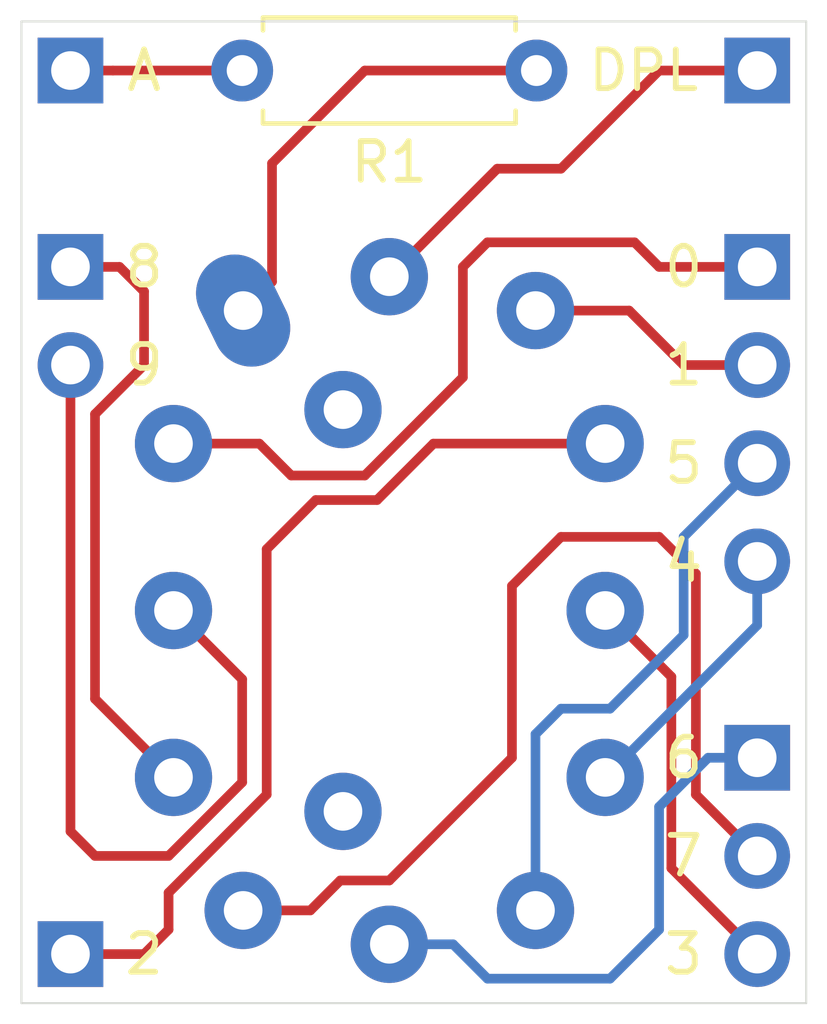
<source format=kicad_pcb>
(kicad_pcb (version 20171130) (host pcbnew "(5.1.5-0)")

  (general
    (thickness 1.6)
    (drawings 16)
    (tracks 71)
    (zones 0)
    (modules 8)
    (nets 14)
  )

  (page A4)
  (layers
    (0 F.Cu signal)
    (31 B.Cu signal)
    (32 B.Adhes user)
    (33 F.Adhes user)
    (34 B.Paste user)
    (35 F.Paste user)
    (36 B.SilkS user)
    (37 F.SilkS user)
    (38 B.Mask user)
    (39 F.Mask user)
    (40 Dwgs.User user)
    (41 Cmts.User user)
    (42 Eco1.User user)
    (43 Eco2.User user)
    (44 Edge.Cuts user)
    (45 Margin user)
    (46 B.CrtYd user)
    (47 F.CrtYd user hide)
    (48 B.Fab user)
    (49 F.Fab user hide)
  )

  (setup
    (last_trace_width 0.25)
    (trace_clearance 0.2)
    (zone_clearance 0.508)
    (zone_45_only no)
    (trace_min 0.2)
    (via_size 0.8)
    (via_drill 0.4)
    (via_min_size 0.4)
    (via_min_drill 0.3)
    (uvia_size 0.3)
    (uvia_drill 0.1)
    (uvias_allowed no)
    (uvia_min_size 0.2)
    (uvia_min_drill 0.1)
    (edge_width 0.05)
    (segment_width 0.2)
    (pcb_text_width 0.3)
    (pcb_text_size 1.5 1.5)
    (mod_edge_width 0.12)
    (mod_text_size 1 1)
    (mod_text_width 0.15)
    (pad_size 1.524 1.524)
    (pad_drill 0.762)
    (pad_to_mask_clearance 0.051)
    (solder_mask_min_width 0.25)
    (aux_axis_origin 0 0)
    (visible_elements FFFFFF7F)
    (pcbplotparams
      (layerselection 0x010fc_ffffffff)
      (usegerberextensions false)
      (usegerberattributes false)
      (usegerberadvancedattributes false)
      (creategerberjobfile false)
      (excludeedgelayer true)
      (linewidth 0.100000)
      (plotframeref false)
      (viasonmask false)
      (mode 1)
      (useauxorigin false)
      (hpglpennumber 1)
      (hpglpenspeed 20)
      (hpglpendiameter 15.000000)
      (psnegative false)
      (psa4output false)
      (plotreference true)
      (plotvalue true)
      (plotinvisibletext false)
      (padsonsilk false)
      (subtractmaskfromsilk false)
      (outputformat 1)
      (mirror false)
      (drillshape 1)
      (scaleselection 1)
      (outputdirectory ""))
  )

  (net 0 "")
  (net 1 "Net-(J1-Pad2)")
  (net 2 "Net-(J1-Pad1)")
  (net 3 "Net-(J2-Pad1)")
  (net 4 "Net-(J3-Pad4)")
  (net 5 "Net-(J3-Pad3)")
  (net 6 "Net-(J3-Pad2)")
  (net 7 "Net-(J3-Pad1)")
  (net 8 "Net-(J4-Pad3)")
  (net 9 "Net-(J4-Pad2)")
  (net 10 "Net-(J4-Pad1)")
  (net 11 "Net-(J5-Pad1)")
  (net 12 "Net-(J6-Pad1)")
  (net 13 "Net-(R1-Pad1)")

  (net_class Default "This is the default net class."
    (clearance 0.2)
    (trace_width 0.25)
    (via_dia 0.8)
    (via_drill 0.4)
    (uvia_dia 0.3)
    (uvia_drill 0.1)
    (add_net "Net-(J1-Pad1)")
    (add_net "Net-(J1-Pad2)")
    (add_net "Net-(J2-Pad1)")
    (add_net "Net-(J3-Pad1)")
    (add_net "Net-(J3-Pad2)")
    (add_net "Net-(J3-Pad3)")
    (add_net "Net-(J3-Pad4)")
    (add_net "Net-(J4-Pad1)")
    (add_net "Net-(J4-Pad2)")
    (add_net "Net-(J4-Pad3)")
    (add_net "Net-(J5-Pad1)")
    (add_net "Net-(J6-Pad1)")
    (add_net "Net-(R1-Pad1)")
  )

  (module weird-disp:5991fixed (layer F.Cu) (tedit 60C951B5) (tstamp 60C91A2D)
    (at 33.655 39.37 180)
    (path /60C89D90)
    (attr virtual)
    (fp_text reference V1 (at 10.795 0.635 90) (layer F.SilkS) hide
      (effects (font (size 1.27 1.27) (thickness 0.1016)))
    )
    (fp_text value B-5991 (at -10.795 0 270) (layer F.SilkS) hide
      (effects (font (size 1.27 1.27) (thickness 0.1016)))
    )
    (pad 13 thru_hole circle (at 1.199889 5.19729 180) (size 2 2) (drill 1) (layers *.Cu *.Mask))
    (pad 14 thru_hole circle (at 1.199889 -5.19729 180) (size 2 2) (drill 1) (layers *.Cu *.Mask))
    (pad "" np_thru_hole circle (at 0 0 180) (size 5 5) (drill 5) (layers *.Cu *.Mask))
    (pad 12 thru_hole circle (at 0 8.636 180) (size 2 2) (drill 1) (layers *.Cu *.Mask)
      (net 12 "Net-(J6-Pad1)"))
    (pad 2 thru_hole circle (at 5.588 4.318 180) (size 2 2) (drill 1) (layers *.Cu *.Mask)
      (net 7 "Net-(J3-Pad1)"))
    (pad 11 thru_hole circle (at -3.7846 7.7597 180) (size 2 2) (drill 1) (layers *.Cu *.Mask)
      (net 6 "Net-(J3-Pad2)"))
    (pad 10 thru_hole circle (at -5.588 4.318 180) (size 2 2) (drill 1) (layers *.Cu *.Mask)
      (net 3 "Net-(J2-Pad1)"))
    (pad 9 thru_hole circle (at -5.588 0 180) (size 2 2) (drill 1) (layers *.Cu *.Mask)
      (net 8 "Net-(J4-Pad3)"))
    (pad 8 thru_hole circle (at -5.588 -4.318 180) (size 2 2) (drill 1) (layers *.Cu *.Mask)
      (net 4 "Net-(J3-Pad4)"))
    (pad 7 thru_hole circle (at -3.7846 -7.7597 180) (size 2 2) (drill 1) (layers *.Cu *.Mask)
      (net 5 "Net-(J3-Pad3)"))
    (pad 6 thru_hole circle (at 0 -8.636 180) (size 2 2) (drill 1) (layers *.Cu *.Mask)
      (net 10 "Net-(J4-Pad1)"))
    (pad 5 thru_hole circle (at 3.7846 -7.7597 180) (size 2 2) (drill 1) (layers *.Cu *.Mask)
      (net 9 "Net-(J4-Pad2)"))
    (pad 4 thru_hole circle (at 5.588 -4.318 180) (size 2 2) (drill 1) (layers *.Cu *.Mask)
      (net 2 "Net-(J1-Pad1)"))
    (pad 3 thru_hole circle (at 5.588 0 180) (size 2 2) (drill 1) (layers *.Cu *.Mask)
      (net 1 "Net-(J1-Pad2)"))
    (pad 1 thru_hole oval (at 3.7846 7.7597 116) (size 3 2) (drill 1) (layers *.Cu *.Mask)
      (net 13 "Net-(R1-Pad1)"))
  )

  (module Connector_PinHeader_2.54mm:PinHeader_1x01_P2.54mm_Vertical (layer F.Cu) (tedit 60C94D7A) (tstamp 60C925B1)
    (at 43.18 25.4)
    (descr "Through hole straight pin header, 1x01, 2.54mm pitch, single row")
    (tags "Through hole pin header THT 1x01 2.54mm single row")
    (path /60C99B07)
    (fp_text reference J6 (at 0 -2.33) (layer F.SilkS) hide
      (effects (font (size 1 1) (thickness 0.15)))
    )
    (fp_text value Conn_01x01_Male (at 0 2.33) (layer F.Fab)
      (effects (font (size 1 1) (thickness 0.15)))
    )
    (fp_text user %R (at 0 0 90) (layer F.Fab)
      (effects (font (size 1 1) (thickness 0.15)))
    )
    (fp_line (start 1.8 -1.8) (end -1.8 -1.8) (layer F.CrtYd) (width 0.05))
    (fp_line (start 1.8 1.8) (end 1.8 -1.8) (layer F.CrtYd) (width 0.05))
    (fp_line (start -1.8 1.8) (end 1.8 1.8) (layer F.CrtYd) (width 0.05))
    (fp_line (start -1.8 -1.8) (end -1.8 1.8) (layer F.CrtYd) (width 0.05))
    (fp_line (start -1.27 -0.635) (end -0.635 -1.27) (layer F.Fab) (width 0.1))
    (fp_line (start -1.27 1.27) (end -1.27 -0.635) (layer F.Fab) (width 0.1))
    (fp_line (start 1.27 1.27) (end -1.27 1.27) (layer F.Fab) (width 0.1))
    (fp_line (start 1.27 -1.27) (end 1.27 1.27) (layer F.Fab) (width 0.1))
    (fp_line (start -0.635 -1.27) (end 1.27 -1.27) (layer F.Fab) (width 0.1))
    (pad 1 thru_hole rect (at 0 0) (size 1.7 1.7) (drill 1) (layers *.Cu *.Mask)
      (net 12 "Net-(J6-Pad1)"))
    (model ${KISYS3DMOD}/Connector_PinHeader_2.54mm.3dshapes/PinHeader_1x01_P2.54mm_Vertical.wrl
      (at (xyz 0 0 0))
      (scale (xyz 1 1 1))
      (rotate (xyz 0 0 0))
    )
  )

  (module Resistor_THT:R_Axial_DIN0207_L6.3mm_D2.5mm_P7.62mm_Horizontal (layer F.Cu) (tedit 5AE5139B) (tstamp 60C913A7)
    (at 37.465 25.4 180)
    (descr "Resistor, Axial_DIN0207 series, Axial, Horizontal, pin pitch=7.62mm, 0.25W = 1/4W, length*diameter=6.3*2.5mm^2, http://cdn-reichelt.de/documents/datenblatt/B400/1_4W%23YAG.pdf")
    (tags "Resistor Axial_DIN0207 series Axial Horizontal pin pitch 7.62mm 0.25W = 1/4W length 6.3mm diameter 2.5mm")
    (path /60C90946)
    (fp_text reference R1 (at 3.81 -2.37) (layer F.SilkS)
      (effects (font (size 1 1) (thickness 0.15)))
    )
    (fp_text value 30K (at 3.81 2.37) (layer F.Fab)
      (effects (font (size 1 1) (thickness 0.15)))
    )
    (fp_text user %R (at 3.81 0) (layer F.Fab)
      (effects (font (size 1 1) (thickness 0.15)))
    )
    (fp_line (start 8.67 -1.5) (end -1.05 -1.5) (layer F.CrtYd) (width 0.05))
    (fp_line (start 8.67 1.5) (end 8.67 -1.5) (layer F.CrtYd) (width 0.05))
    (fp_line (start -1.05 1.5) (end 8.67 1.5) (layer F.CrtYd) (width 0.05))
    (fp_line (start -1.05 -1.5) (end -1.05 1.5) (layer F.CrtYd) (width 0.05))
    (fp_line (start 7.08 1.37) (end 7.08 1.04) (layer F.SilkS) (width 0.12))
    (fp_line (start 0.54 1.37) (end 7.08 1.37) (layer F.SilkS) (width 0.12))
    (fp_line (start 0.54 1.04) (end 0.54 1.37) (layer F.SilkS) (width 0.12))
    (fp_line (start 7.08 -1.37) (end 7.08 -1.04) (layer F.SilkS) (width 0.12))
    (fp_line (start 0.54 -1.37) (end 7.08 -1.37) (layer F.SilkS) (width 0.12))
    (fp_line (start 0.54 -1.04) (end 0.54 -1.37) (layer F.SilkS) (width 0.12))
    (fp_line (start 7.62 0) (end 6.96 0) (layer F.Fab) (width 0.1))
    (fp_line (start 0 0) (end 0.66 0) (layer F.Fab) (width 0.1))
    (fp_line (start 6.96 -1.25) (end 0.66 -1.25) (layer F.Fab) (width 0.1))
    (fp_line (start 6.96 1.25) (end 6.96 -1.25) (layer F.Fab) (width 0.1))
    (fp_line (start 0.66 1.25) (end 6.96 1.25) (layer F.Fab) (width 0.1))
    (fp_line (start 0.66 -1.25) (end 0.66 1.25) (layer F.Fab) (width 0.1))
    (pad 2 thru_hole oval (at 7.62 0 180) (size 1.6 1.6) (drill 0.8) (layers *.Cu *.Mask)
      (net 11 "Net-(J5-Pad1)"))
    (pad 1 thru_hole circle (at 0 0 180) (size 1.6 1.6) (drill 0.8) (layers *.Cu *.Mask)
      (net 13 "Net-(R1-Pad1)"))
    (model ${KISYS3DMOD}/Resistor_THT.3dshapes/R_Axial_DIN0207_L6.3mm_D2.5mm_P7.62mm_Horizontal.wrl
      (at (xyz 0 0 0))
      (scale (xyz 1 1 1))
      (rotate (xyz 0 0 0))
    )
  )

  (module Connector_PinHeader_2.54mm:PinHeader_1x01_P2.54mm_Vertical (layer F.Cu) (tedit 60C9175A) (tstamp 60C9137A)
    (at 25.4 25.4)
    (descr "Through hole straight pin header, 1x01, 2.54mm pitch, single row")
    (tags "Through hole pin header THT 1x01 2.54mm single row")
    (path /60C8F83B)
    (fp_text reference J5 (at 2.54 -0.635) (layer F.SilkS) hide
      (effects (font (size 1 1) (thickness 0.15)))
    )
    (fp_text value Conn_01x01_Male (at 0 2.33) (layer F.Fab)
      (effects (font (size 1 1) (thickness 0.15)))
    )
    (fp_text user %R (at 0 0 90) (layer F.Fab)
      (effects (font (size 1 1) (thickness 0.15)))
    )
    (fp_line (start 1.8 -1.8) (end -1.8 -1.8) (layer F.CrtYd) (width 0.05))
    (fp_line (start 1.8 1.8) (end 1.8 -1.8) (layer F.CrtYd) (width 0.05))
    (fp_line (start -1.8 1.8) (end 1.8 1.8) (layer F.CrtYd) (width 0.05))
    (fp_line (start -1.8 -1.8) (end -1.8 1.8) (layer F.CrtYd) (width 0.05))
    (fp_line (start -1.27 -0.635) (end -0.635 -1.27) (layer F.Fab) (width 0.1))
    (fp_line (start -1.27 1.27) (end -1.27 -0.635) (layer F.Fab) (width 0.1))
    (fp_line (start 1.27 1.27) (end -1.27 1.27) (layer F.Fab) (width 0.1))
    (fp_line (start 1.27 -1.27) (end 1.27 1.27) (layer F.Fab) (width 0.1))
    (fp_line (start -0.635 -1.27) (end 1.27 -1.27) (layer F.Fab) (width 0.1))
    (pad 1 thru_hole rect (at 0 0) (size 1.7 1.7) (drill 1) (layers *.Cu *.Mask)
      (net 11 "Net-(J5-Pad1)"))
    (model ${KISYS3DMOD}/Connector_PinHeader_2.54mm.3dshapes/PinHeader_1x01_P2.54mm_Vertical.wrl
      (at (xyz 0 0 0))
      (scale (xyz 1 1 1))
      (rotate (xyz 0 0 0))
    )
  )

  (module Connector_PinHeader_2.54mm:PinHeader_1x02_P2.54mm_Vertical (layer F.Cu) (tedit 60C9179D) (tstamp 60C91321)
    (at 25.4 30.48)
    (descr "Through hole straight pin header, 1x02, 2.54mm pitch, single row")
    (tags "Through hole pin header THT 1x02 2.54mm single row")
    (path /60C8ACA0)
    (fp_text reference J1 (at 0 -2.33) (layer F.SilkS) hide
      (effects (font (size 1 1) (thickness 0.15)))
    )
    (fp_text value Conn_01x02_Male (at 0 4.87) (layer F.Fab)
      (effects (font (size 1 1) (thickness 0.15)))
    )
    (fp_text user %R (at 0 1.27 90) (layer F.Fab)
      (effects (font (size 1 1) (thickness 0.15)))
    )
    (fp_line (start 1.8 -1.8) (end -1.8 -1.8) (layer F.CrtYd) (width 0.05))
    (fp_line (start 1.8 4.35) (end 1.8 -1.8) (layer F.CrtYd) (width 0.05))
    (fp_line (start -1.8 4.35) (end 1.8 4.35) (layer F.CrtYd) (width 0.05))
    (fp_line (start -1.8 -1.8) (end -1.8 4.35) (layer F.CrtYd) (width 0.05))
    (fp_line (start -1.27 -0.635) (end -0.635 -1.27) (layer F.Fab) (width 0.1))
    (fp_line (start -1.27 3.81) (end -1.27 -0.635) (layer F.Fab) (width 0.1))
    (fp_line (start 1.27 3.81) (end -1.27 3.81) (layer F.Fab) (width 0.1))
    (fp_line (start 1.27 -1.27) (end 1.27 3.81) (layer F.Fab) (width 0.1))
    (fp_line (start -0.635 -1.27) (end 1.27 -1.27) (layer F.Fab) (width 0.1))
    (pad 2 thru_hole oval (at 0 2.54) (size 1.7 1.7) (drill 1) (layers *.Cu *.Mask)
      (net 1 "Net-(J1-Pad2)"))
    (pad 1 thru_hole rect (at 0 0) (size 1.7 1.7) (drill 1) (layers *.Cu *.Mask)
      (net 2 "Net-(J1-Pad1)"))
    (model ${KISYS3DMOD}/Connector_PinHeader_2.54mm.3dshapes/PinHeader_1x02_P2.54mm_Vertical.wrl
      (at (xyz 0 0 0))
      (scale (xyz 1 1 1))
      (rotate (xyz 0 0 0))
    )
  )

  (module Connector_PinHeader_2.54mm:PinHeader_1x01_P2.54mm_Vertical (layer F.Cu) (tedit 60C91AE1) (tstamp 60C91336)
    (at 25.4 48.26)
    (descr "Through hole straight pin header, 1x01, 2.54mm pitch, single row")
    (tags "Through hole pin header THT 1x01 2.54mm single row")
    (path /60C8B1B4)
    (fp_text reference J2 (at -0.635 -2.33) (layer F.SilkS) hide
      (effects (font (size 1 1) (thickness 0.15)))
    )
    (fp_text value Conn_01x01_Male (at 0 2.33) (layer F.Fab)
      (effects (font (size 1 1) (thickness 0.15)))
    )
    (fp_text user %R (at 0 0 90) (layer F.Fab)
      (effects (font (size 1 1) (thickness 0.15)))
    )
    (fp_line (start 1.8 -1.8) (end -1.8 -1.8) (layer F.CrtYd) (width 0.05))
    (fp_line (start 1.8 1.8) (end 1.8 -1.8) (layer F.CrtYd) (width 0.05))
    (fp_line (start -1.8 1.8) (end 1.8 1.8) (layer F.CrtYd) (width 0.05))
    (fp_line (start -1.8 -1.8) (end -1.8 1.8) (layer F.CrtYd) (width 0.05))
    (fp_line (start -1.27 -0.635) (end -0.635 -1.27) (layer F.Fab) (width 0.1))
    (fp_line (start -1.27 1.27) (end -1.27 -0.635) (layer F.Fab) (width 0.1))
    (fp_line (start 1.27 1.27) (end -1.27 1.27) (layer F.Fab) (width 0.1))
    (fp_line (start 1.27 -1.27) (end 1.27 1.27) (layer F.Fab) (width 0.1))
    (fp_line (start -0.635 -1.27) (end 1.27 -1.27) (layer F.Fab) (width 0.1))
    (pad 1 thru_hole rect (at 0 0) (size 1.7 1.7) (drill 1) (layers *.Cu *.Mask)
      (net 3 "Net-(J2-Pad1)"))
    (model ${KISYS3DMOD}/Connector_PinHeader_2.54mm.3dshapes/PinHeader_1x01_P2.54mm_Vertical.wrl
      (at (xyz 0 0 0))
      (scale (xyz 1 1 1))
      (rotate (xyz 0 0 0))
    )
  )

  (module Connector_PinHeader_2.54mm:PinHeader_1x04_P2.54mm_Vertical (layer F.Cu) (tedit 60C91B08) (tstamp 60C918A5)
    (at 43.18 30.48)
    (descr "Through hole straight pin header, 1x04, 2.54mm pitch, single row")
    (tags "Through hole pin header THT 1x04 2.54mm single row")
    (path /60C8B656)
    (fp_text reference J3 (at -2.54 -0.635) (layer F.SilkS) hide
      (effects (font (size 1 1) (thickness 0.15)))
    )
    (fp_text value Conn_01x04_Male (at 0 9.95) (layer F.Fab)
      (effects (font (size 1 1) (thickness 0.15)))
    )
    (fp_line (start -0.635 -1.27) (end 1.27 -1.27) (layer F.Fab) (width 0.1))
    (fp_line (start 1.27 -1.27) (end 1.27 8.89) (layer F.Fab) (width 0.1))
    (fp_line (start 1.27 8.89) (end -1.27 8.89) (layer F.Fab) (width 0.1))
    (fp_line (start -1.27 8.89) (end -1.27 -0.635) (layer F.Fab) (width 0.1))
    (fp_line (start -1.27 -0.635) (end -0.635 -1.27) (layer F.Fab) (width 0.1))
    (fp_line (start -1.8 -1.8) (end -1.8 9.4) (layer F.CrtYd) (width 0.05))
    (fp_line (start -1.8 9.4) (end 1.8 9.4) (layer F.CrtYd) (width 0.05))
    (fp_line (start 1.8 9.4) (end 1.8 -1.8) (layer F.CrtYd) (width 0.05))
    (fp_line (start 1.8 -1.8) (end -1.8 -1.8) (layer F.CrtYd) (width 0.05))
    (fp_text user %R (at 0 3.81 90) (layer F.Fab)
      (effects (font (size 1 1) (thickness 0.15)))
    )
    (pad 1 thru_hole rect (at 0 0) (size 1.7 1.7) (drill 1) (layers *.Cu *.Mask)
      (net 7 "Net-(J3-Pad1)"))
    (pad 2 thru_hole oval (at 0 2.54) (size 1.7 1.7) (drill 1) (layers *.Cu *.Mask)
      (net 6 "Net-(J3-Pad2)"))
    (pad 3 thru_hole oval (at 0 5.08) (size 1.7 1.7) (drill 1) (layers *.Cu *.Mask)
      (net 5 "Net-(J3-Pad3)"))
    (pad 4 thru_hole oval (at 0 7.62) (size 1.7 1.7) (drill 1) (layers *.Cu *.Mask)
      (net 4 "Net-(J3-Pad4)"))
    (model ${KISYS3DMOD}/Connector_PinHeader_2.54mm.3dshapes/PinHeader_1x04_P2.54mm_Vertical.wrl
      (at (xyz 0 0 0))
      (scale (xyz 1 1 1))
      (rotate (xyz 0 0 0))
    )
  )

  (module Connector_PinHeader_2.54mm:PinHeader_1x03_P2.54mm_Vertical (layer F.Cu) (tedit 60C91B1D) (tstamp 60C91928)
    (at 43.18 43.18)
    (descr "Through hole straight pin header, 1x03, 2.54mm pitch, single row")
    (tags "Through hole pin header THT 1x03 2.54mm single row")
    (path /60C8A4E6)
    (fp_text reference J4 (at 0 -2.33) (layer F.SilkS) hide
      (effects (font (size 1 1) (thickness 0.15)))
    )
    (fp_text value Conn_01x03_Male (at 0 7.41) (layer F.Fab)
      (effects (font (size 1 1) (thickness 0.15)))
    )
    (fp_text user %R (at 0 2.54 90) (layer F.Fab)
      (effects (font (size 1 1) (thickness 0.15)))
    )
    (fp_line (start 1.8 -1.8) (end -1.8 -1.8) (layer F.CrtYd) (width 0.05))
    (fp_line (start 1.8 6.85) (end 1.8 -1.8) (layer F.CrtYd) (width 0.05))
    (fp_line (start -1.8 6.85) (end 1.8 6.85) (layer F.CrtYd) (width 0.05))
    (fp_line (start -1.8 -1.8) (end -1.8 6.85) (layer F.CrtYd) (width 0.05))
    (fp_line (start -1.27 -0.635) (end -0.635 -1.27) (layer F.Fab) (width 0.1))
    (fp_line (start -1.27 6.35) (end -1.27 -0.635) (layer F.Fab) (width 0.1))
    (fp_line (start 1.27 6.35) (end -1.27 6.35) (layer F.Fab) (width 0.1))
    (fp_line (start 1.27 -1.27) (end 1.27 6.35) (layer F.Fab) (width 0.1))
    (fp_line (start -0.635 -1.27) (end 1.27 -1.27) (layer F.Fab) (width 0.1))
    (pad 3 thru_hole oval (at 0 5.08) (size 1.7 1.7) (drill 1) (layers *.Cu *.Mask)
      (net 8 "Net-(J4-Pad3)"))
    (pad 2 thru_hole oval (at 0 2.54) (size 1.7 1.7) (drill 1) (layers *.Cu *.Mask)
      (net 9 "Net-(J4-Pad2)"))
    (pad 1 thru_hole rect (at 0 0) (size 1.7 1.7) (drill 1) (layers *.Cu *.Mask)
      (net 10 "Net-(J4-Pad1)"))
    (model ${KISYS3DMOD}/Connector_PinHeader_2.54mm.3dshapes/PinHeader_1x03_P2.54mm_Vertical.wrl
      (at (xyz 0 0 0))
      (scale (xyz 1 1 1))
      (rotate (xyz 0 0 0))
    )
  )

  (gr_text 3 (at 41.275 48.26) (layer F.SilkS) (tstamp 60C91ED8)
    (effects (font (size 1 1) (thickness 0.15)))
  )
  (gr_text 7 (at 41.275 45.72) (layer F.SilkS) (tstamp 60C91ED6)
    (effects (font (size 1 1) (thickness 0.15)))
  )
  (gr_text 6 (at 41.275 43.18) (layer F.SilkS) (tstamp 60C91ED4)
    (effects (font (size 1 1) (thickness 0.15)))
  )
  (gr_text "4\n" (at 41.275 38.1) (layer F.SilkS) (tstamp 60C91ED2)
    (effects (font (size 1 1) (thickness 0.15)))
  )
  (gr_text 2 (at 27.305 48.26) (layer F.SilkS) (tstamp 60C91ED0)
    (effects (font (size 1 1) (thickness 0.15)))
  )
  (gr_text 5 (at 41.275 35.56) (layer F.SilkS) (tstamp 60C91ECE)
    (effects (font (size 1 1) (thickness 0.15)))
  )
  (gr_text 1 (at 41.275 33.02) (layer F.SilkS) (tstamp 60C91ECC)
    (effects (font (size 1 1) (thickness 0.15)))
  )
  (gr_text 0 (at 41.275 30.48) (layer F.SilkS) (tstamp 60C91ECA)
    (effects (font (size 1 1) (thickness 0.15)))
  )
  (gr_text "DPL\n" (at 38.735 25.4) (layer F.SilkS) (tstamp 60CA116C)
    (effects (font (size 1 1) (thickness 0.15)) (justify left))
  )
  (gr_text 9 (at 27.305 33.02) (layer F.SilkS) (tstamp 60C91EC4)
    (effects (font (size 1 1) (thickness 0.15)))
  )
  (gr_text 8 (at 27.305 30.48) (layer F.SilkS)
    (effects (font (size 1 1) (thickness 0.15)))
  )
  (gr_text "A\n" (at 27.305 25.4) (layer F.SilkS)
    (effects (font (size 1 1) (thickness 0.15)))
  )
  (gr_line (start 24.13 24.13) (end 44.45 24.13) (layer Edge.Cuts) (width 0.05) (tstamp 60C9256A))
  (gr_line (start 24.13 49.53) (end 24.13 24.13) (layer Edge.Cuts) (width 0.05))
  (gr_line (start 44.45 49.53) (end 24.13 49.53) (layer Edge.Cuts) (width 0.05))
  (gr_line (start 44.45 24.13) (end 44.45 49.53) (layer Edge.Cuts) (width 0.05))

  (segment (start 25.4 33.02) (end 25.4 45.085) (width 0.25) (layer F.Cu) (net 1))
  (segment (start 25.4 45.085) (end 26.035 45.72) (width 0.25) (layer F.Cu) (net 1))
  (segment (start 26.035 45.72) (end 27.94 45.72) (width 0.25) (layer F.Cu) (net 1))
  (segment (start 27.94 45.72) (end 29.845 43.815) (width 0.25) (layer F.Cu) (net 1))
  (segment (start 29.845 41.148) (end 28.067 39.37) (width 0.25) (layer F.Cu) (net 1))
  (segment (start 29.845 43.815) (end 29.845 41.148) (width 0.25) (layer F.Cu) (net 1))
  (segment (start 26.035 41.656) (end 28.067 43.688) (width 0.25) (layer F.Cu) (net 2))
  (segment (start 27.305 33.02) (end 26.035 34.29) (width 0.25) (layer F.Cu) (net 2))
  (segment (start 27.305 31.115) (end 27.305 33.02) (width 0.25) (layer F.Cu) (net 2))
  (segment (start 26.67 30.48) (end 27.305 31.115) (width 0.25) (layer F.Cu) (net 2))
  (segment (start 26.035 34.29) (end 26.035 41.656) (width 0.25) (layer F.Cu) (net 2))
  (segment (start 25.4 30.48) (end 26.67 30.48) (width 0.25) (layer F.Cu) (net 2))
  (segment (start 27.94 47.625) (end 27.305 48.26) (width 0.25) (layer F.Cu) (net 3))
  (segment (start 27.94 46.6725) (end 27.94 47.625) (width 0.25) (layer F.Cu) (net 3))
  (segment (start 30.48 44.1325) (end 27.94 46.6725) (width 0.25) (layer F.Cu) (net 3))
  (segment (start 27.305 48.26) (end 25.4 48.26) (width 0.25) (layer F.Cu) (net 3))
  (segment (start 31.75 36.5125) (end 30.48 37.7825) (width 0.25) (layer F.Cu) (net 3))
  (segment (start 30.48 37.7825) (end 30.48 44.1325) (width 0.25) (layer F.Cu) (net 3))
  (segment (start 33.3375 36.5125) (end 31.75 36.5125) (width 0.25) (layer F.Cu) (net 3))
  (segment (start 34.798 35.052) (end 33.3375 36.5125) (width 0.25) (layer F.Cu) (net 3))
  (segment (start 39.243 35.052) (end 34.798 35.052) (width 0.25) (layer F.Cu) (net 3))
  (segment (start 43.18 39.751) (end 43.18 38.1) (width 0.25) (layer B.Cu) (net 4))
  (segment (start 39.243 43.688) (end 43.18 39.751) (width 0.25) (layer B.Cu) (net 4))
  (segment (start 41.275 40.005) (end 41.275 37.465) (width 0.25) (layer B.Cu) (net 5))
  (segment (start 39.37 41.91) (end 41.275 40.005) (width 0.25) (layer B.Cu) (net 5))
  (segment (start 37.4396 42.5704) (end 38.1 41.91) (width 0.25) (layer B.Cu) (net 5))
  (segment (start 41.275 37.465) (end 43.18 35.56) (width 0.25) (layer B.Cu) (net 5))
  (segment (start 38.1 41.91) (end 39.37 41.91) (width 0.25) (layer B.Cu) (net 5))
  (segment (start 37.4396 47.1297) (end 37.4396 42.5704) (width 0.25) (layer B.Cu) (net 5))
  (segment (start 37.4396 31.6103) (end 39.8653 31.6103) (width 0.25) (layer F.Cu) (net 6))
  (segment (start 41.275 33.02) (end 43.18 33.02) (width 0.25) (layer F.Cu) (net 6))
  (segment (start 39.8653 31.6103) (end 41.275 33.02) (width 0.25) (layer F.Cu) (net 6))
  (segment (start 40.005 29.845) (end 40.64 30.48) (width 0.25) (layer F.Cu) (net 7))
  (segment (start 30.2895 35.052) (end 28.067 35.052) (width 0.25) (layer F.Cu) (net 7))
  (segment (start 36.195 29.845) (end 40.005 29.845) (width 0.25) (layer F.Cu) (net 7))
  (segment (start 35.56 30.48) (end 36.195 29.845) (width 0.25) (layer F.Cu) (net 7))
  (segment (start 40.64 30.48) (end 43.18 30.48) (width 0.25) (layer F.Cu) (net 7))
  (segment (start 31.115 35.8775) (end 30.2895 35.052) (width 0.25) (layer F.Cu) (net 7))
  (segment (start 33.02 35.8775) (end 35.56 33.3375) (width 0.25) (layer F.Cu) (net 7))
  (segment (start 35.56 33.3375) (end 35.56 30.48) (width 0.25) (layer F.Cu) (net 7))
  (segment (start 31.115 35.8775) (end 33.02 35.8775) (width 0.25) (layer F.Cu) (net 7))
  (segment (start 40.9575 41.0845) (end 39.243 39.37) (width 0.25) (layer F.Cu) (net 8))
  (segment (start 40.9575 46.0375) (end 40.9575 41.0845) (width 0.25) (layer F.Cu) (net 8))
  (segment (start 43.18 48.26) (end 40.9575 46.0375) (width 0.25) (layer F.Cu) (net 8))
  (segment (start 43.18 45.72) (end 41.5925 44.1325) (width 0.25) (layer F.Cu) (net 9))
  (segment (start 41.5925 44.1325) (end 41.5925 38.4175) (width 0.25) (layer F.Cu) (net 9))
  (segment (start 41.5925 38.4175) (end 40.64 37.465) (width 0.25) (layer F.Cu) (net 9))
  (segment (start 40.64 37.465) (end 38.1 37.465) (width 0.25) (layer F.Cu) (net 9))
  (segment (start 38.1 37.465) (end 36.83 38.735) (width 0.25) (layer F.Cu) (net 9))
  (segment (start 36.83 38.735) (end 36.83 43.18) (width 0.25) (layer F.Cu) (net 9))
  (segment (start 36.83 43.18) (end 33.655 46.355) (width 0.25) (layer F.Cu) (net 9))
  (segment (start 33.655 46.355) (end 32.385 46.355) (width 0.25) (layer F.Cu) (net 9))
  (segment (start 31.6103 47.1297) (end 29.8704 47.1297) (width 0.25) (layer F.Cu) (net 9))
  (segment (start 32.385 46.355) (end 31.6103 47.1297) (width 0.25) (layer F.Cu) (net 9))
  (segment (start 43.18 43.18) (end 41.91 43.18) (width 0.25) (layer B.Cu) (net 10))
  (segment (start 41.91 43.18) (end 40.64 44.45) (width 0.25) (layer B.Cu) (net 10))
  (segment (start 40.64 44.45) (end 40.64 47.625) (width 0.25) (layer B.Cu) (net 10))
  (segment (start 40.64 47.625) (end 39.37 48.895) (width 0.25) (layer B.Cu) (net 10))
  (segment (start 39.37 48.895) (end 36.195 48.895) (width 0.25) (layer B.Cu) (net 10))
  (segment (start 35.306 48.006) (end 33.655 48.006) (width 0.25) (layer B.Cu) (net 10))
  (segment (start 36.195 48.895) (end 35.306 48.006) (width 0.25) (layer B.Cu) (net 10))
  (segment (start 26.5 25.4) (end 29.845 25.4) (width 0.25) (layer F.Cu) (net 11))
  (segment (start 25.4 25.4) (end 26.5 25.4) (width 0.25) (layer F.Cu) (net 11))
  (segment (start 33.655 30.734) (end 36.449 27.94) (width 0.25) (layer F.Cu) (net 12))
  (segment (start 36.449 27.94) (end 38.1 27.94) (width 0.25) (layer F.Cu) (net 12))
  (segment (start 40.64 25.4) (end 43.18 25.4) (width 0.25) (layer F.Cu) (net 12))
  (segment (start 38.1 27.94) (end 40.64 25.4) (width 0.25) (layer F.Cu) (net 12))
  (segment (start 30.61825 30.86245) (end 30.61825 27.80175) (width 0.25) (layer F.Cu) (net 13))
  (segment (start 29.8704 31.6103) (end 30.61825 30.86245) (width 0.25) (layer F.Cu) (net 13))
  (segment (start 33.02 25.4) (end 37.465 25.4) (width 0.25) (layer F.Cu) (net 13))
  (segment (start 30.61825 27.80175) (end 33.02 25.4) (width 0.25) (layer F.Cu) (net 13))

)

</source>
